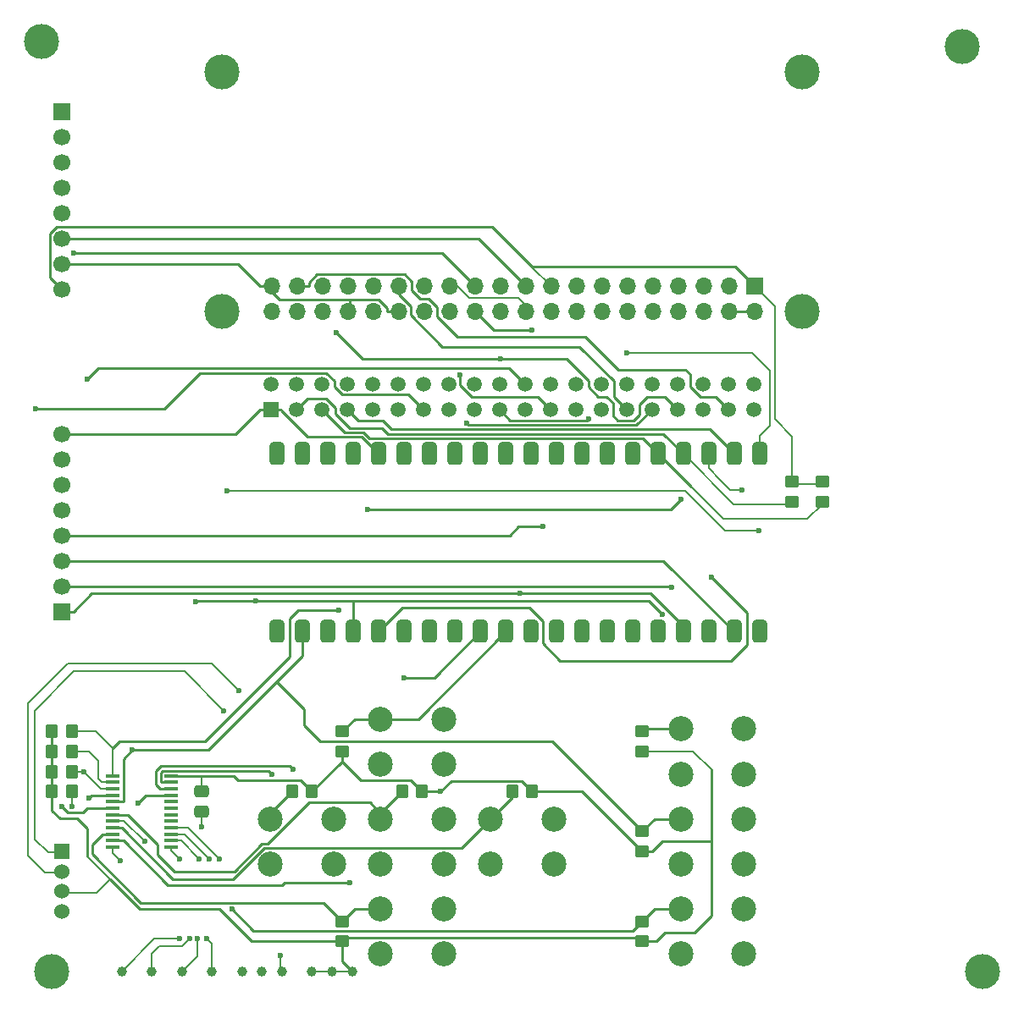
<source format=gbr>
%TF.GenerationSoftware,KiCad,Pcbnew,9.0.2*%
%TF.CreationDate,2025-07-09T11:52:06-06:00*%
%TF.ProjectId,seedsigner-hardware-dev-v1,73656564-7369-4676-9e65-722d68617264,rev?*%
%TF.SameCoordinates,Original*%
%TF.FileFunction,Copper,L1,Top*%
%TF.FilePolarity,Positive*%
%FSLAX46Y46*%
G04 Gerber Fmt 4.6, Leading zero omitted, Abs format (unit mm)*
G04 Created by KiCad (PCBNEW 9.0.2) date 2025-07-09 11:52:06*
%MOMM*%
%LPD*%
G01*
G04 APERTURE LIST*
G04 Aperture macros list*
%AMRoundRect*
0 Rectangle with rounded corners*
0 $1 Rounding radius*
0 $2 $3 $4 $5 $6 $7 $8 $9 X,Y pos of 4 corners*
0 Add a 4 corners polygon primitive as box body*
4,1,4,$2,$3,$4,$5,$6,$7,$8,$9,$2,$3,0*
0 Add four circle primitives for the rounded corners*
1,1,$1+$1,$2,$3*
1,1,$1+$1,$4,$5*
1,1,$1+$1,$6,$7*
1,1,$1+$1,$8,$9*
0 Add four rect primitives between the rounded corners*
20,1,$1+$1,$2,$3,$4,$5,0*
20,1,$1+$1,$4,$5,$6,$7,0*
20,1,$1+$1,$6,$7,$8,$9,0*
20,1,$1+$1,$8,$9,$2,$3,0*%
G04 Aperture macros list end*
%TA.AperFunction,SMDPad,CuDef*%
%ADD10C,1.000000*%
%TD*%
%TA.AperFunction,ComponentPad*%
%ADD11R,1.524000X1.524000*%
%TD*%
%TA.AperFunction,ComponentPad*%
%ADD12C,1.524000*%
%TD*%
%TA.AperFunction,ComponentPad*%
%ADD13C,2.500000*%
%TD*%
%TA.AperFunction,WasherPad*%
%ADD14C,3.500000*%
%TD*%
%TA.AperFunction,ComponentPad*%
%ADD15R,1.700000X1.700000*%
%TD*%
%TA.AperFunction,ComponentPad*%
%ADD16O,1.700000X1.700000*%
%TD*%
%TA.AperFunction,ComponentPad*%
%ADD17R,1.508000X1.508000*%
%TD*%
%TA.AperFunction,ComponentPad*%
%ADD18C,1.508000*%
%TD*%
%TA.AperFunction,ComponentPad*%
%ADD19C,1.700000*%
%TD*%
%TA.AperFunction,SMDPad,CuDef*%
%ADD20RoundRect,0.250000X0.450000X-0.350000X0.450000X0.350000X-0.450000X0.350000X-0.450000X-0.350000X0*%
%TD*%
%TA.AperFunction,ComponentPad*%
%ADD21RoundRect,0.381000X0.381000X-0.762000X0.381000X0.762000X-0.381000X0.762000X-0.381000X-0.762000X0*%
%TD*%
%TA.AperFunction,SMDPad,CuDef*%
%ADD22RoundRect,0.250000X0.350000X0.450000X-0.350000X0.450000X-0.350000X-0.450000X0.350000X-0.450000X0*%
%TD*%
%TA.AperFunction,SMDPad,CuDef*%
%ADD23R,1.473200X0.355600*%
%TD*%
%TA.AperFunction,SMDPad,CuDef*%
%ADD24RoundRect,0.250000X-0.475000X0.337500X-0.475000X-0.337500X0.475000X-0.337500X0.475000X0.337500X0*%
%TD*%
%TA.AperFunction,SMDPad,CuDef*%
%ADD25RoundRect,0.250000X-0.450000X0.350000X-0.450000X-0.350000X0.450000X-0.350000X0.450000X0.350000X0*%
%TD*%
%TA.AperFunction,SMDPad,CuDef*%
%ADD26RoundRect,0.250000X-0.350000X-0.450000X0.350000X-0.450000X0.350000X0.450000X-0.350000X0.450000X0*%
%TD*%
%TA.AperFunction,ViaPad*%
%ADD27C,0.600000*%
%TD*%
%TA.AperFunction,Conductor*%
%ADD28C,0.250000*%
%TD*%
%TA.AperFunction,Conductor*%
%ADD29C,0.200000*%
%TD*%
G04 APERTURE END LIST*
D10*
%TO.P,TP9,1*%
%TO.N,GND*%
X23000000Y-96000000D03*
%TD*%
%TO.P,TP7,1*%
%TO.N,GND*%
X27000000Y-96000000D03*
%TD*%
%TO.P,TP6,1*%
%TO.N,+3.3V*%
X32000000Y-96000000D03*
%TD*%
%TO.P,TP5,1*%
%TO.N,GND*%
X25000000Y-96000000D03*
%TD*%
%TO.P,TP10,1*%
%TO.N,+3.3V*%
X30000000Y-96000000D03*
%TD*%
D11*
%TO.P,J1,1*%
%TO.N,I2C_SCL*%
X5000000Y-84000000D03*
D12*
%TO.P,J1,2*%
%TO.N,I2C_SDA*%
X5000000Y-86000000D03*
%TO.P,J1,3*%
%TO.N,+3.3V*%
X5000000Y-88000000D03*
%TO.P,J1,4*%
%TO.N,GND*%
X5000000Y-90000000D03*
%TD*%
D13*
%TO.P,SW4,1*%
%TO.N,JOYSTICK_LEFT*%
X36850000Y-70750000D03*
%TO.P,SW4,2*%
%TO.N,GND*%
X43150000Y-70750000D03*
%TO.P,SW4,3*%
%TO.N,N/C*%
X36850000Y-75250000D03*
%TO.P,SW4,4*%
X43150000Y-75250000D03*
%TD*%
D14*
%TO.P,U2,*%
%TO.N,*%
X79000000Y-30000000D03*
X79000000Y-6000000D03*
X21000000Y-30000000D03*
X21000000Y-6000000D03*
D15*
%TO.P,U2,1*%
%TO.N,+3.3V*%
X74240000Y-27460000D03*
D16*
%TO.P,U2,2*%
%TO.N,Net-(U2-5V0-Pad2)*%
X74240000Y-30000000D03*
%TO.P,U2,3*%
%TO.N,N/C*%
X71700000Y-27460000D03*
%TO.P,U2,4*%
%TO.N,Net-(U2-5V0-Pad2)*%
X71700000Y-30000000D03*
%TO.P,U2,5*%
%TO.N,N/C*%
X69160000Y-27460000D03*
%TO.P,U2,6*%
%TO.N,GND*%
X69160000Y-30000000D03*
%TO.P,U2,7*%
%TO.N,N/C*%
X66620000Y-27460000D03*
%TO.P,U2,8*%
X66620000Y-30000000D03*
%TO.P,U2,9*%
%TO.N,GND*%
X64080000Y-27460000D03*
%TO.P,U2,10*%
%TO.N,N/C*%
X64080000Y-30000000D03*
%TO.P,U2,11*%
X61540000Y-27460000D03*
%TO.P,U2,12*%
X61540000Y-30000000D03*
%TO.P,U2,13*%
%TO.N,LCD_RST*%
X59000000Y-27460000D03*
%TO.P,U2,14*%
%TO.N,GND*%
X59000000Y-30000000D03*
%TO.P,U2,15*%
%TO.N,N/C*%
X56460000Y-27460000D03*
%TO.P,U2,16*%
X56460000Y-30000000D03*
%TO.P,U2,17*%
%TO.N,+3.3V*%
X53920000Y-27460000D03*
%TO.P,U2,18*%
%TO.N,BACKLIGHT_PWM*%
X53920000Y-30000000D03*
%TO.P,U2,19*%
%TO.N,SPI_MOSI*%
X51380000Y-27460000D03*
%TO.P,U2,20*%
%TO.N,GND*%
X51380000Y-30000000D03*
%TO.P,U2,21*%
%TO.N,N/C*%
X48840000Y-27460000D03*
%TO.P,U2,22*%
%TO.N,LCD_DC*%
X48840000Y-30000000D03*
%TO.P,U2,23*%
%TO.N,SPI_SCLK*%
X46300000Y-27460000D03*
%TO.P,U2,24*%
%TO.N,SPI_CS*%
X46300000Y-30000000D03*
%TO.P,U2,25*%
%TO.N,GND*%
X43760000Y-27460000D03*
%TO.P,U2,26*%
%TO.N,N/C*%
X43760000Y-30000000D03*
%TO.P,U2,27*%
X41220000Y-27460000D03*
%TO.P,U2,28*%
X41220000Y-30000000D03*
%TO.P,U2,29*%
%TO.N,JOYSTICK_LEFT*%
X38680000Y-27460000D03*
%TO.P,U2,30*%
%TO.N,GND*%
X38680000Y-30000000D03*
%TO.P,U2,31*%
%TO.N,JOYSTICK_UP*%
X36140000Y-27460000D03*
%TO.P,U2,32*%
%TO.N,N/C*%
X36140000Y-30000000D03*
%TO.P,U2,33*%
%TO.N,JOYSTICK_PRESS*%
X33600000Y-27460000D03*
%TO.P,U2,34*%
%TO.N,GND*%
X33600000Y-30000000D03*
%TO.P,U2,35*%
%TO.N,JOYSTICK_DOWN*%
X31060000Y-27460000D03*
%TO.P,U2,36*%
%TO.N,KEY3*%
X31060000Y-30000000D03*
%TO.P,U2,37*%
%TO.N,JOYSTICK_RIGHT*%
X28520000Y-27460000D03*
%TO.P,U2,38*%
%TO.N,KEY2*%
X28520000Y-30000000D03*
%TO.P,U2,39*%
%TO.N,GND*%
X25980000Y-27460000D03*
%TO.P,U2,40*%
%TO.N,KEY1*%
X25980000Y-30000000D03*
%TD*%
D13*
%TO.P,SW8,1*%
%TO.N,JOYSTICK_PRESS*%
X47850000Y-80750000D03*
%TO.P,SW8,2*%
%TO.N,GND*%
X54150000Y-80750000D03*
%TO.P,SW8,3*%
%TO.N,N/C*%
X47850000Y-85250000D03*
%TO.P,SW8,4*%
X54150000Y-85250000D03*
%TD*%
D10*
%TO.P,TP3,1*%
%TO.N,Net-(U5-IO1_2)*%
X17000000Y-96000000D03*
%TD*%
D17*
%TO.P,U3,1*%
%TO.N,+3.3V*%
X25870000Y-39770000D03*
D18*
%TO.P,U3,2*%
%TO.N,unconnected-(U3-5V_1-Pad2)*%
X25870000Y-37230000D03*
%TO.P,U3,3*%
%TO.N,I2C_SDA*%
X28410000Y-39770000D03*
%TO.P,U3,4*%
%TO.N,unconnected-(U3-5V_2-Pad4)*%
X28410000Y-37230000D03*
%TO.P,U3,5*%
%TO.N,I2C_SCL*%
X30950000Y-39770000D03*
%TO.P,U3,6*%
%TO.N,unconnected-(U3-GND_8-Pad6)*%
X30950000Y-37230000D03*
%TO.P,U3,7*%
%TO.N,IO_INT*%
X33490000Y-39770000D03*
%TO.P,U3,8*%
%TO.N,unconnected-(U3-TXD0_GPIO14-Pad8)*%
X33490000Y-37230000D03*
%TO.P,U3,9*%
%TO.N,GND*%
X36030000Y-39770000D03*
%TO.P,U3,10*%
%TO.N,unconnected-(U3-RXD0_GPIO15-Pad10)*%
X36030000Y-37230000D03*
%TO.P,U3,11*%
%TO.N,unconnected-(U3-GPIO17_GEN0-Pad11)*%
X38570000Y-39770000D03*
%TO.P,U3,12*%
%TO.N,unconnected-(U3-GPIO18-Pad12)*%
X38570000Y-37230000D03*
%TO.P,U3,13*%
%TO.N,LCD_RST*%
X41110000Y-39770000D03*
%TO.P,U3,14*%
%TO.N,unconnected-(U3-GND_4-Pad14)*%
X41110000Y-37230000D03*
%TO.P,U3,15*%
%TO.N,unconnected-(U3-GPIO22_GEN3-Pad15)*%
X43650000Y-39770000D03*
%TO.P,U3,16*%
%TO.N,unconnected-(U3-GEN4_GPIO23-Pad16)*%
X43650000Y-37230000D03*
%TO.P,U3,17*%
%TO.N,unconnected-(U3-3V3_2-Pad17)*%
X46190000Y-39770000D03*
%TO.P,U3,18*%
%TO.N,BACKLIGHT_PWM*%
X46190000Y-37230000D03*
%TO.P,U3,19*%
%TO.N,SPI_MOSI*%
X48730000Y-39770000D03*
%TO.P,U3,20*%
%TO.N,unconnected-(U3-GND_5-Pad20)*%
X48730000Y-37230000D03*
%TO.P,U3,21*%
%TO.N,unconnected-(U3-GPIO9_MISO-Pad21)*%
X51270000Y-39770000D03*
%TO.P,U3,22*%
%TO.N,LCD_DC*%
X51270000Y-37230000D03*
%TO.P,U3,23*%
%TO.N,SPI_SCLK*%
X53810000Y-39770000D03*
%TO.P,U3,24*%
%TO.N,SPI_CS*%
X53810000Y-37230000D03*
%TO.P,U3,25*%
%TO.N,unconnected-(U3-GND_2-Pad25)*%
X56350000Y-39770000D03*
%TO.P,U3,26*%
%TO.N,unconnected-(U3-~{CE1}_GPIO7-Pad26)*%
X56350000Y-37230000D03*
%TO.P,U3,27*%
%TO.N,unconnected-(U3-ID_SD-Pad27)*%
X58890000Y-39770000D03*
%TO.P,U3,28*%
%TO.N,unconnected-(U3-ID_SC-Pad28)*%
X58890000Y-37230000D03*
%TO.P,U3,29*%
%TO.N,JOYSTICK_LEFT*%
X61430000Y-39770000D03*
%TO.P,U3,30*%
%TO.N,IO_RST*%
X61430000Y-37230000D03*
%TO.P,U3,31*%
%TO.N,JOYSTICK_UP*%
X63970000Y-39770000D03*
%TO.P,U3,32*%
%TO.N,unconnected-(U3-GPIO12-Pad32)*%
X63970000Y-37230000D03*
%TO.P,U3,33*%
%TO.N,JOYSTICK_PRESS*%
X66510000Y-39770000D03*
%TO.P,U3,34*%
%TO.N,GND*%
X66510000Y-37230000D03*
%TO.P,U3,35*%
%TO.N,JOYSTICK_DOWN*%
X69050000Y-39770000D03*
%TO.P,U3,36*%
%TO.N,unconnected-(U3-GPIO16-Pad36)*%
X69050000Y-37230000D03*
%TO.P,U3,37*%
%TO.N,JOYSTICK_RIGHT*%
X71590000Y-39770000D03*
%TO.P,U3,38*%
%TO.N,unconnected-(U3-GPIO20-Pad38)*%
X71590000Y-37230000D03*
%TO.P,U3,39*%
%TO.N,unconnected-(U3-GND_3-Pad39)*%
X74130000Y-39770000D03*
%TO.P,U3,40*%
%TO.N,unconnected-(U3-GPIO21-Pad40)*%
X74130000Y-37230000D03*
%TD*%
D15*
%TO.P,LCD2,1*%
%TO.N,BACKLIGHT_PWM*%
X5000000Y-10000000D03*
D19*
%TO.P,LCD2,2*%
%TO.N,LCD_RST*%
X5000000Y-12540000D03*
%TO.P,LCD2,3*%
%TO.N,LCD_DC*%
X5000000Y-15080000D03*
%TO.P,LCD2,4*%
%TO.N,SPI_CS*%
X5000000Y-17620000D03*
%TO.P,LCD2,5*%
%TO.N,SPI_SCLK*%
X5000000Y-20160000D03*
%TO.P,LCD2,6*%
%TO.N,SPI_MOSI*%
X5000000Y-22700000D03*
%TO.P,LCD2,7*%
%TO.N,GND*%
X5000000Y-25240000D03*
%TO.P,LCD2,8*%
%TO.N,+3.3V*%
X5000000Y-27780000D03*
%TD*%
D10*
%TO.P,TP1,1*%
%TO.N,Net-(U5-IO1_0)*%
X11000000Y-96000000D03*
%TD*%
D20*
%TO.P,R1,1*%
%TO.N,+3.3V*%
X63000000Y-74000000D03*
%TO.P,R1,2*%
%TO.N,KEY1*%
X63000000Y-72000000D03*
%TD*%
D21*
%TO.P,U4,1*%
%TO.N,KEY3*%
X26500000Y-62000000D03*
%TO.P,U4,2*%
%TO.N,KEY2*%
X29040000Y-62000000D03*
%TO.P,U4,3*%
%TO.N,unconnected-(U4-GND-Pad3)*%
X31580000Y-62000000D03*
%TO.P,U4,4*%
%TO.N,KEY1*%
X34120000Y-62000000D03*
%TO.P,U4,5*%
%TO.N,JOYSTICK_RIGHT*%
X36660000Y-62000000D03*
%TO.P,U4,6*%
%TO.N,JOYSTICK_DOWN*%
X39200000Y-62000000D03*
%TO.P,U4,7*%
%TO.N,JOYSTICK_PRESS*%
X41740000Y-62000000D03*
%TO.P,U4,8*%
%TO.N,unconnected-(U4-GND-Pad8)*%
X44280000Y-62000000D03*
%TO.P,U4,9*%
%TO.N,JOYSTICK_UP*%
X46820000Y-62000000D03*
%TO.P,U4,10*%
%TO.N,JOYSTICK_LEFT*%
X49360000Y-62000000D03*
%TO.P,U4,11*%
%TO.N,unconnected-(U4-GPIO2_B1_d-Pad11)*%
X51900000Y-62000000D03*
%TO.P,U4,12*%
%TO.N,SPI_CS*%
X54440000Y-62000000D03*
%TO.P,U4,13*%
%TO.N,unconnected-(U4-GND-Pad13)*%
X56980000Y-62000000D03*
%TO.P,U4,14*%
%TO.N,SPI_SCLK*%
X59520000Y-62000000D03*
%TO.P,U4,15*%
%TO.N,SPI_MOSI*%
X62060000Y-62000000D03*
%TO.P,U4,16*%
%TO.N,unconnected-(U4-GPIO1_C3_d-Pad16)*%
X64600000Y-62000000D03*
%TO.P,U4,17*%
%TO.N,BACKLIGHT_PWM*%
X67140000Y-62000000D03*
%TO.P,U4,18*%
%TO.N,unconnected-(U4-GND-Pad18)*%
X69680000Y-62000000D03*
%TO.P,U4,19*%
%TO.N,LCD_DC*%
X72220000Y-62000000D03*
%TO.P,U4,20*%
%TO.N,LCD_RST*%
X74760000Y-62000000D03*
%TO.P,U4,21*%
%TO.N,IO_RST*%
X74760000Y-44220000D03*
%TO.P,U4,22*%
%TO.N,IO_INT*%
X72220000Y-44220000D03*
%TO.P,U4,23*%
%TO.N,GND*%
X69680000Y-44220000D03*
%TO.P,U4,24*%
%TO.N,I2C_SDA*%
X67140000Y-44220000D03*
%TO.P,U4,25*%
%TO.N,I2C_SCL*%
X64600000Y-44220000D03*
%TO.P,U4,26*%
%TO.N,unconnected-(U4-GPIO2_A2_d-Pad26)*%
X62060000Y-44220000D03*
%TO.P,U4,27*%
%TO.N,unconnected-(U4-GPIO2_A3_d-Pad27)*%
X59520000Y-44220000D03*
%TO.P,U4,28*%
%TO.N,unconnected-(U4-GND-Pad28)*%
X56980000Y-44220000D03*
%TO.P,U4,29*%
%TO.N,unconnected-(U4-GPIO2_A6_d-Pad29)*%
X54440000Y-44220000D03*
%TO.P,U4,30*%
%TO.N,unconnected-(U4-NC-Pad30)*%
X51900000Y-44220000D03*
%TO.P,U4,31*%
%TO.N,unconnected-(U4-GPIO4_C0_z-Pad31)*%
X49360000Y-44220000D03*
%TO.P,U4,32*%
%TO.N,unconnected-(U4-GPIO4_C1_z-Pad32)*%
X46820000Y-44220000D03*
%TO.P,U4,33*%
%TO.N,unconnected-(U4-GND-Pad33)*%
X44280000Y-44220000D03*
%TO.P,U4,34*%
%TO.N,unconnected-(U4-GPIO0_A7_d-Pad34)*%
X41740000Y-44220000D03*
%TO.P,U4,35*%
%TO.N,unconnected-(U4-NC-Pad35)*%
X39200000Y-44220000D03*
%TO.P,U4,36*%
%TO.N,+3.3V*%
X36660000Y-44220000D03*
%TO.P,U4,37*%
%TO.N,unconnected-(U4-3V3_EN-Pad37)*%
X34120000Y-44220000D03*
%TO.P,U4,38*%
%TO.N,GND*%
X31580000Y-44220000D03*
%TO.P,U4,39*%
%TO.N,VSYS*%
X29040000Y-44220000D03*
%TO.P,U4,40*%
%TO.N,VBUS*%
X26500000Y-44220000D03*
%TD*%
D13*
%TO.P,SW1,1*%
%TO.N,KEY1*%
X66850000Y-71750000D03*
%TO.P,SW1,2*%
%TO.N,GND*%
X73150000Y-71750000D03*
%TO.P,SW1,3*%
%TO.N,N/C*%
X66850000Y-76250000D03*
%TO.P,SW1,4*%
X73150000Y-76250000D03*
%TD*%
D14*
%TO.P,H3,*%
%TO.N,*%
X97000000Y-96000000D03*
%TD*%
D13*
%TO.P,SW7,1*%
%TO.N,JOYSTICK_DOWN*%
X25850000Y-80750000D03*
%TO.P,SW7,2*%
%TO.N,GND*%
X32150000Y-80750000D03*
%TO.P,SW7,3*%
%TO.N,N/C*%
X25850000Y-85250000D03*
%TO.P,SW7,4*%
X32150000Y-85250000D03*
%TD*%
D14*
%TO.P,H4,*%
%TO.N,*%
X4000000Y-96000000D03*
%TD*%
D20*
%TO.P,R8,1*%
%TO.N,+3.3V*%
X33000000Y-74000000D03*
%TO.P,R8,2*%
%TO.N,JOYSTICK_LEFT*%
X33000000Y-72000000D03*
%TD*%
D22*
%TO.P,R4,1*%
%TO.N,+3.3V*%
X41000000Y-78000000D03*
%TO.P,R4,2*%
%TO.N,JOYSTICK_RIGHT*%
X39000000Y-78000000D03*
%TD*%
D20*
%TO.P,R2,1*%
%TO.N,+3.3V*%
X63000000Y-84000000D03*
%TO.P,R2,2*%
%TO.N,KEY2*%
X63000000Y-82000000D03*
%TD*%
D15*
%TO.P,LCD1,1*%
%TO.N,BACKLIGHT_PWM*%
X5000000Y-60000000D03*
D19*
%TO.P,LCD1,2*%
%TO.N,LCD_RST*%
X5000000Y-57460000D03*
%TO.P,LCD1,3*%
%TO.N,LCD_DC*%
X5000000Y-54920000D03*
%TO.P,LCD1,4*%
%TO.N,SPI_CS*%
X5000000Y-52380000D03*
%TO.P,LCD1,5*%
%TO.N,SPI_SCLK*%
X5000000Y-49840000D03*
%TO.P,LCD1,6*%
%TO.N,SPI_MOSI*%
X5000000Y-47300000D03*
%TO.P,LCD1,7*%
%TO.N,GND*%
X5000000Y-44760000D03*
%TO.P,LCD1,8*%
%TO.N,+3.3V*%
X5000000Y-42220000D03*
%TD*%
D20*
%TO.P,R3,1*%
%TO.N,+3.3V*%
X63000000Y-93000000D03*
%TO.P,R3,2*%
%TO.N,KEY3*%
X63000000Y-91000000D03*
%TD*%
D23*
%TO.P,U5,1*%
%TO.N,IO_INT*%
X10079000Y-76418600D03*
%TO.P,U5,2*%
%TO.N,Net-(U5-A1)*%
X10079000Y-77079000D03*
%TO.P,U5,3*%
%TO.N,IO_RST*%
X10079000Y-77714000D03*
%TO.P,U5,4*%
%TO.N,KEY3*%
X10079000Y-78374400D03*
%TO.P,U5,5*%
%TO.N,KEY2*%
X10079000Y-79034800D03*
%TO.P,U5,6*%
%TO.N,KEY1*%
X10079000Y-79669800D03*
%TO.P,U5,7*%
%TO.N,JOYSTICK_RIGHT*%
X10079000Y-80330200D03*
%TO.P,U5,8*%
%TO.N,JOYSTICK_DOWN*%
X10079000Y-80965200D03*
%TO.P,U5,9*%
%TO.N,JOYSTICK_PRESS*%
X10079000Y-81625600D03*
%TO.P,U5,10*%
%TO.N,JOYSTICK_UP*%
X10079000Y-82286000D03*
%TO.P,U5,11*%
%TO.N,JOYSTICK_LEFT*%
X10079000Y-82921000D03*
%TO.P,U5,12*%
%TO.N,GND*%
X10079000Y-83581400D03*
%TO.P,U5,13*%
%TO.N,Net-(U5-IO1_0)*%
X15921000Y-83581400D03*
%TO.P,U5,14*%
%TO.N,Net-(U5-IO1_1)*%
X15921000Y-82921000D03*
%TO.P,U5,15*%
%TO.N,Net-(U5-IO1_2)*%
X15921000Y-82286000D03*
%TO.P,U5,16*%
%TO.N,Net-(U5-IO1_3)*%
X15921000Y-81625600D03*
%TO.P,U5,17*%
%TO.N,unconnected-(U5-IO1_4-Pad17)*%
X15921000Y-80965200D03*
%TO.P,U5,18*%
%TO.N,unconnected-(U5-IO1_5-Pad18)*%
X15921000Y-80330200D03*
%TO.P,U5,19*%
%TO.N,unconnected-(U5-IO1_6-Pad19)*%
X15921000Y-79669800D03*
%TO.P,U5,20*%
%TO.N,unconnected-(U5-IO1_7-Pad20)*%
X15921000Y-79034800D03*
%TO.P,U5,21*%
%TO.N,Net-(U5-A0)*%
X15921000Y-78374400D03*
%TO.P,U5,22*%
%TO.N,I2C_SCL*%
X15921000Y-77714000D03*
%TO.P,U5,23*%
%TO.N,I2C_SDA*%
X15921000Y-77079000D03*
%TO.P,U5,24*%
%TO.N,+3.3V*%
X15921000Y-76418600D03*
%TD*%
D10*
%TO.P,TP2,1*%
%TO.N,Net-(U5-IO1_1)*%
X14000000Y-96000000D03*
%TD*%
D24*
%TO.P,C1,1*%
%TO.N,+3.3V*%
X19000000Y-77962500D03*
%TO.P,C1,2*%
%TO.N,GND*%
X19000000Y-80037500D03*
%TD*%
D14*
%TO.P,H2,*%
%TO.N,*%
X95000000Y-3500000D03*
%TD*%
D13*
%TO.P,SW3,1*%
%TO.N,KEY3*%
X66850000Y-89750000D03*
%TO.P,SW3,2*%
%TO.N,GND*%
X73150000Y-89750000D03*
%TO.P,SW3,3*%
%TO.N,N/C*%
X66850000Y-94250000D03*
%TO.P,SW3,4*%
X73150000Y-94250000D03*
%TD*%
D22*
%TO.P,R5,1*%
%TO.N,+3.3V*%
X52000000Y-78000000D03*
%TO.P,R5,2*%
%TO.N,JOYSTICK_PRESS*%
X50000000Y-78000000D03*
%TD*%
D10*
%TO.P,TP4,1*%
%TO.N,Net-(U5-IO1_3)*%
X20000000Y-96000000D03*
%TD*%
D14*
%TO.P,H1,*%
%TO.N,*%
X3000000Y-3000000D03*
%TD*%
D13*
%TO.P,SW2,1*%
%TO.N,KEY2*%
X66850000Y-80750000D03*
%TO.P,SW2,2*%
%TO.N,GND*%
X73150000Y-80750000D03*
%TO.P,SW2,3*%
%TO.N,N/C*%
X66850000Y-85250000D03*
%TO.P,SW2,4*%
X73150000Y-85250000D03*
%TD*%
D20*
%TO.P,R7,1*%
%TO.N,+3.3V*%
X33000000Y-93000000D03*
%TO.P,R7,2*%
%TO.N,JOYSTICK_UP*%
X33000000Y-91000000D03*
%TD*%
D22*
%TO.P,R6,1*%
%TO.N,+3.3V*%
X30000000Y-78000000D03*
%TO.P,R6,2*%
%TO.N,JOYSTICK_DOWN*%
X28000000Y-78000000D03*
%TD*%
D13*
%TO.P,SW6,1*%
%TO.N,JOYSTICK_UP*%
X36850000Y-89750000D03*
%TO.P,SW6,2*%
%TO.N,GND*%
X43150000Y-89750000D03*
%TO.P,SW6,3*%
%TO.N,N/C*%
X36850000Y-94250000D03*
%TO.P,SW6,4*%
X43150000Y-94250000D03*
%TD*%
%TO.P,SW5,1*%
%TO.N,JOYSTICK_RIGHT*%
X36850000Y-80750000D03*
%TO.P,SW5,2*%
%TO.N,GND*%
X43150000Y-80750000D03*
%TO.P,SW5,3*%
%TO.N,N/C*%
X36850000Y-85250000D03*
%TO.P,SW5,4*%
X43150000Y-85250000D03*
%TD*%
D25*
%TO.P,R10,1*%
%TO.N,+3.3V*%
X78000000Y-47000000D03*
%TO.P,R10,2*%
%TO.N,I2C_SDA*%
X78000000Y-49000000D03*
%TD*%
D26*
%TO.P,R11,1*%
%TO.N,+3.3V*%
X4000000Y-76000000D03*
%TO.P,R11,2*%
%TO.N,IO_RST*%
X6000000Y-76000000D03*
%TD*%
%TO.P,R12,1*%
%TO.N,+3.3V*%
X4000000Y-78000000D03*
%TO.P,R12,2*%
%TO.N,Net-(U5-A0)*%
X6000000Y-78000000D03*
%TD*%
%TO.P,R13,1*%
%TO.N,+3.3V*%
X4000000Y-74000000D03*
%TO.P,R13,2*%
%TO.N,Net-(U5-A1)*%
X6000000Y-74000000D03*
%TD*%
%TO.P,R14,1*%
%TO.N,+3.3V*%
X4000000Y-72000000D03*
%TO.P,R14,2*%
%TO.N,IO_INT*%
X6000000Y-72000000D03*
%TD*%
D25*
%TO.P,R9,1*%
%TO.N,+3.3V*%
X81000000Y-47000000D03*
%TO.P,R9,2*%
%TO.N,I2C_SCL*%
X81000000Y-49000000D03*
%TD*%
D10*
%TO.P,TP8,1*%
%TO.N,+3.3V*%
X34000000Y-96000000D03*
%TD*%
D27*
%TO.N,GND*%
X10800000Y-84900000D03*
%TO.N,IO_RST*%
X61500000Y-34100000D03*
%TO.N,GND*%
X73000000Y-47800000D03*
%TO.N,IO_RST*%
X74700000Y-51900000D03*
X21500000Y-47900000D03*
X7200000Y-76000000D03*
%TO.N,I2C_SDA*%
X22700000Y-67900000D03*
%TO.N,I2C_SCL*%
X21200000Y-69900000D03*
%TO.N,KEY1*%
X18400000Y-59000000D03*
X5000000Y-79500000D03*
X65040600Y-60254300D03*
X24375800Y-58900000D03*
%TO.N,+3.3V*%
X42853800Y-77996700D03*
%TO.N,KEY2*%
X12053100Y-73820200D03*
%TO.N,KEY3*%
X22003300Y-89786700D03*
X7671200Y-78654600D03*
%TO.N,JOYSTICK_RIGHT*%
X69955400Y-56568500D03*
%TO.N,JOYSTICK_PRESS*%
X32388600Y-32050200D03*
X48847900Y-34728200D03*
%TO.N,JOYSTICK_DOWN*%
X35562100Y-49800000D03*
X66918800Y-48739700D03*
X13250000Y-83000000D03*
%TO.N,Net-(U5-IO1_0)*%
X16750000Y-92750000D03*
X16750000Y-84750000D03*
%TO.N,JOYSTICK_UP*%
X39239100Y-66600000D03*
X45500000Y-41139600D03*
%TO.N,Net-(U5-IO1_1)*%
X18750000Y-84750000D03*
X17750000Y-92750000D03*
%TO.N,Net-(U5-IO1_2)*%
X18550003Y-92750000D03*
X19750000Y-84750000D03*
%TO.N,JOYSTICK_LEFT*%
X33791700Y-87162600D03*
%TO.N,Net-(U5-IO1_3)*%
X19500000Y-92750000D03*
X20750000Y-84750000D03*
%TO.N,GND*%
X26800000Y-94400000D03*
X19000000Y-81500000D03*
%TO.N,I2C_SCL*%
X28072000Y-75764800D03*
%TO.N,I2C_SDA*%
X26021400Y-76279500D03*
%TO.N,Net-(U5-A0)*%
X6032550Y-79467450D03*
X12632400Y-79124900D03*
%TO.N,IO_INT*%
X32700000Y-59900000D03*
%TO.N,SPI_CS*%
X53047400Y-51500000D03*
X52000000Y-31875000D03*
%TO.N,SPI_SCLK*%
X6148800Y-24153700D03*
X44808400Y-36304600D03*
%TO.N,SPI_MOSI*%
X57620000Y-40687900D03*
%TO.N,BACKLIGHT_PWM*%
X50789200Y-58200000D03*
%TO.N,LCD_DC*%
X7521500Y-36737300D03*
%TO.N,LCD_RST*%
X65991400Y-57585400D03*
X2379900Y-39684400D03*
%TD*%
D28*
%TO.N,+3.3V*%
X33000000Y-93000000D02*
X33000000Y-95000000D01*
X33000000Y-95000000D02*
X34000000Y-96000000D01*
D29*
X34000000Y-96000000D02*
X32000000Y-96000000D01*
X30000000Y-96000000D02*
X32000000Y-96000000D01*
%TO.N,GND*%
X26800000Y-94400000D02*
X26800000Y-96000000D01*
D28*
%TO.N,+3.3V*%
X69900000Y-90400000D02*
X69900000Y-83000000D01*
X63000000Y-84000000D02*
X64000000Y-84000000D01*
X64000000Y-84000000D02*
X65000000Y-83000000D01*
X65000000Y-83000000D02*
X69900000Y-83000000D01*
D29*
X63000000Y-74000000D02*
X68100000Y-74000000D01*
X68100000Y-74000000D02*
X69900000Y-75800000D01*
D28*
X63000000Y-93000000D02*
X64400000Y-93000000D01*
X65300000Y-92100000D02*
X68200000Y-92100000D01*
X64400000Y-93000000D02*
X65300000Y-92100000D01*
X68200000Y-92100000D02*
X69900000Y-90400000D01*
X69900000Y-83000000D02*
X69900000Y-75800000D01*
D29*
%TO.N,GND*%
X10079000Y-84179000D02*
X10800000Y-84900000D01*
X10079000Y-83581400D02*
X10079000Y-84179000D01*
%TO.N,I2C_SCL*%
X2300000Y-69900000D02*
X6200000Y-66000000D01*
X3600000Y-84100000D02*
X2300000Y-82800000D01*
X6200000Y-66000000D02*
X17300000Y-66000000D01*
X2300000Y-82800000D02*
X2300000Y-69900000D01*
X5100000Y-84100000D02*
X3600000Y-84100000D01*
X17300000Y-66000000D02*
X21200000Y-69900000D01*
%TO.N,I2C_SDA*%
X5100000Y-86100000D02*
X3300000Y-86100000D01*
X3300000Y-86100000D02*
X1600000Y-84400000D01*
X1600000Y-84400000D02*
X1600000Y-69200000D01*
X1600000Y-69200000D02*
X5600000Y-65200000D01*
X5600000Y-65200000D02*
X10900000Y-65200000D01*
%TO.N,+3.3V*%
X8500000Y-88100000D02*
X5100000Y-88100000D01*
D28*
X6500000Y-80700000D02*
X7500000Y-81700000D01*
X7500000Y-81700000D02*
X7500000Y-84500000D01*
X4800000Y-80700000D02*
X6500000Y-80700000D01*
X4000000Y-78000000D02*
X4000000Y-79900000D01*
X4000000Y-79900000D02*
X4800000Y-80700000D01*
D29*
X9800000Y-86800000D02*
X7500000Y-84500000D01*
%TO.N,IO_RST*%
X74760000Y-44220000D02*
X74760000Y-42440000D01*
X74760000Y-42440000D02*
X75800000Y-41400000D01*
X74000000Y-34100000D02*
X61500000Y-34100000D01*
X75800000Y-41400000D02*
X75800000Y-35900000D01*
X75800000Y-35900000D02*
X74000000Y-34100000D01*
%TO.N,GND*%
X71800000Y-47800000D02*
X73000000Y-47800000D01*
X70900000Y-46900000D02*
X71800000Y-47800000D01*
X69680000Y-44220000D02*
X69680000Y-45680000D01*
X69680000Y-45680000D02*
X70900000Y-46900000D01*
%TO.N,IO_RST*%
X21500000Y-47900000D02*
X67300000Y-47900000D01*
X67300000Y-47900000D02*
X71300000Y-51900000D01*
X71300000Y-51900000D02*
X74700000Y-51900000D01*
X7200000Y-76000000D02*
X7200000Y-75900000D01*
X10079000Y-77714000D02*
X8914000Y-77714000D01*
X8914000Y-77714000D02*
X7200000Y-76000000D01*
X7200000Y-76000000D02*
X6000000Y-76000000D01*
%TO.N,Net-(U5-A1)*%
X6000000Y-74000000D02*
X7700000Y-74000000D01*
X7700000Y-74000000D02*
X8600000Y-74900000D01*
X8600000Y-74900000D02*
X8600000Y-76700000D01*
X8600000Y-76700000D02*
X8979000Y-77079000D01*
X8979000Y-77079000D02*
X10079000Y-77079000D01*
D28*
%TO.N,IO_INT*%
X32700000Y-59900000D02*
X28600000Y-59900000D01*
X27800000Y-60700000D02*
X27800000Y-64500000D01*
X27800000Y-64500000D02*
X19282400Y-73017600D01*
X19282400Y-73017600D02*
X10740400Y-73017600D01*
X28600000Y-59900000D02*
X27800000Y-60700000D01*
X10740400Y-73017600D02*
X10079000Y-73679000D01*
D29*
X6000000Y-72000000D02*
X8400000Y-72000000D01*
X8400000Y-72000000D02*
X10079000Y-73679000D01*
X10079000Y-73679000D02*
X10079000Y-76418600D01*
D28*
%TO.N,+3.3V*%
X4000000Y-74000000D02*
X4000000Y-72000000D01*
X4000000Y-76000000D02*
X4000000Y-74000000D01*
X4000000Y-78000000D02*
X4000000Y-76000000D01*
%TO.N,KEY1*%
X5600000Y-80100000D02*
X7100000Y-80100000D01*
X7530200Y-79669800D02*
X10079000Y-79669800D01*
X5000000Y-79500000D02*
X5600000Y-80100000D01*
X7100000Y-80100000D02*
X7530200Y-79669800D01*
D29*
%TO.N,Net-(U5-A0)*%
X6000000Y-79434900D02*
X6000000Y-78000000D01*
X6032550Y-79467450D02*
X6000000Y-79434900D01*
D28*
%TO.N,KEY2*%
X63000000Y-82000000D02*
X54000000Y-73000000D01*
X54000000Y-73000000D02*
X30800000Y-73000000D01*
X29200000Y-69800000D02*
X26500000Y-67100000D01*
X30800000Y-73000000D02*
X29200000Y-71400000D01*
X26500000Y-67100000D02*
X26400000Y-67100000D01*
X29200000Y-71400000D02*
X29200000Y-69800000D01*
X26400000Y-67100000D02*
X29040000Y-64460000D01*
D29*
%TO.N,I2C_SDA*%
X10900000Y-65200000D02*
X20000000Y-65200000D01*
X20000000Y-65200000D02*
X22700000Y-67900000D01*
D28*
%TO.N,KEY2*%
X12053100Y-73820200D02*
X19679800Y-73820200D01*
X19679800Y-73820200D02*
X26400000Y-67100000D01*
X29040000Y-64460000D02*
X29040000Y-62000000D01*
%TO.N,KEY1*%
X18500000Y-58900000D02*
X34100000Y-58900000D01*
X18400000Y-59000000D02*
X18500000Y-58900000D01*
D29*
%TO.N,I2C_SDA*%
X10900000Y-65200000D02*
X11000000Y-65200000D01*
%TO.N,+3.3V*%
X8500000Y-88100000D02*
X9800000Y-86800000D01*
D28*
%TO.N,JOYSTICK_RIGHT*%
X36660000Y-62000000D02*
X39060000Y-59600000D01*
X39060000Y-59600000D02*
X51753800Y-59600000D01*
X53100000Y-60946200D02*
X53100000Y-63200000D01*
X51753800Y-59600000D02*
X53100000Y-60946200D01*
X54800000Y-64900000D02*
X71900000Y-64900000D01*
X73500000Y-60113100D02*
X69955400Y-56568500D01*
X53100000Y-63200000D02*
X54800000Y-64900000D01*
X71900000Y-64900000D02*
X73500000Y-63300000D01*
X73500000Y-63300000D02*
X73500000Y-60113100D01*
%TO.N,KEY1*%
X63686300Y-58900000D02*
X34100000Y-58900000D01*
X34120000Y-62000000D02*
X34120000Y-58920000D01*
X34120000Y-58920000D02*
X34100000Y-58900000D01*
X65040600Y-60254300D02*
X63686300Y-58900000D01*
%TO.N,BACKLIGHT_PWM*%
X67140000Y-62000000D02*
X67140000Y-61465000D01*
X67140000Y-61465000D02*
X63875000Y-58200000D01*
X63875000Y-58200000D02*
X50789200Y-58200000D01*
X50789200Y-58200000D02*
X7976700Y-58200000D01*
X7976700Y-58200000D02*
X6176700Y-60000000D01*
X6176700Y-60000000D02*
X5000000Y-60000000D01*
X50800000Y-58210800D02*
X50789200Y-58200000D01*
%TO.N,JOYSTICK_UP*%
X39239100Y-66600000D02*
X42220000Y-66600000D01*
X42220000Y-66600000D02*
X46820000Y-62000000D01*
%TO.N,JOYSTICK_DOWN*%
X35562100Y-49800000D02*
X65858500Y-49800000D01*
X65858500Y-49800000D02*
X66918800Y-48739700D01*
%TO.N,SPI_CS*%
X53047400Y-51500000D02*
X50655900Y-51500000D01*
X50655900Y-51500000D02*
X49775900Y-52380000D01*
X49775900Y-52380000D02*
X5000000Y-52380000D01*
%TO.N,KEY1*%
X66850000Y-71750000D02*
X63250000Y-71750000D01*
X63250000Y-71750000D02*
X63000000Y-72000000D01*
%TO.N,+3.3V*%
X63000000Y-93000000D02*
X62625000Y-92625000D01*
X41003300Y-77996700D02*
X42853800Y-77996700D01*
X3796500Y-22200200D02*
X3796500Y-26576500D01*
X48001300Y-21501300D02*
X4495400Y-21501300D01*
X19000000Y-76418600D02*
X22140800Y-76418600D01*
X29586600Y-42541100D02*
X34981100Y-42541100D01*
X34981100Y-42541100D02*
X36660000Y-44220000D01*
X25870000Y-39770000D02*
X24789300Y-39770000D01*
X41000000Y-78000000D02*
X41003300Y-77996700D01*
X52000000Y-25500000D02*
X48001300Y-21501300D01*
X42853800Y-77996700D02*
X43920800Y-76929700D01*
X30000000Y-78000000D02*
X33000000Y-75000000D01*
D29*
X78000000Y-47250000D02*
X81000000Y-47250000D01*
D28*
X24000000Y-93000000D02*
X20750000Y-89750000D01*
X57000000Y-78000000D02*
X63000000Y-84000000D01*
X39847000Y-76847000D02*
X34847000Y-76847000D01*
X4495400Y-21501300D02*
X3796500Y-22200200D01*
X26950700Y-39905200D02*
X29586600Y-42541100D01*
D29*
X53920000Y-27460000D02*
X52000000Y-25540000D01*
D28*
X34847000Y-76847000D02*
X33000000Y-75000000D01*
X33000000Y-93000000D02*
X25000000Y-93000000D01*
X50929700Y-76929700D02*
X52000000Y-78000000D01*
X52000000Y-78000000D02*
X57000000Y-78000000D01*
X24789300Y-39770000D02*
X22339300Y-42220000D01*
X63407700Y-84407700D02*
X63000000Y-84000000D01*
X62625000Y-92625000D02*
X61900900Y-92625000D01*
X26950700Y-39770000D02*
X26950700Y-39905200D01*
X33275000Y-92625000D02*
X33000000Y-92900000D01*
X61900900Y-92625000D02*
X33275000Y-92625000D01*
X41000000Y-78000000D02*
X39847000Y-76847000D01*
X43920800Y-76929700D02*
X50929700Y-76929700D01*
X9800000Y-86800000D02*
X12750000Y-89750000D01*
X15921000Y-76418600D02*
X19000000Y-76418600D01*
X74240000Y-27460000D02*
X73651700Y-27460000D01*
X3796500Y-26576500D02*
X5000000Y-27780000D01*
D29*
X78000000Y-42500000D02*
X76250000Y-40750000D01*
X52000000Y-25540000D02*
X52000000Y-25500000D01*
D28*
X25870000Y-39770000D02*
X26950700Y-39770000D01*
X25000000Y-93000000D02*
X24000000Y-93000000D01*
X22628400Y-76906200D02*
X28906200Y-76906200D01*
X22140800Y-76418600D02*
X22628400Y-76906200D01*
D29*
X76250000Y-29470000D02*
X74240000Y-27460000D01*
D28*
X20750000Y-89750000D02*
X12750000Y-89750000D01*
D29*
X76250000Y-40750000D02*
X76250000Y-29470000D01*
X19000000Y-77962500D02*
X19000000Y-76418600D01*
D28*
X72280000Y-25500000D02*
X52000000Y-25500000D01*
X33000000Y-92900000D02*
X33000000Y-93000000D01*
X74240000Y-27460000D02*
X72280000Y-25500000D01*
X28906200Y-76906200D02*
X30000000Y-78000000D01*
X33000000Y-75000000D02*
X33000000Y-74000000D01*
D29*
X78000000Y-47250000D02*
X78000000Y-42500000D01*
D28*
X22339300Y-42220000D02*
X5000000Y-42220000D01*
%TO.N,KEY2*%
X64250000Y-80750000D02*
X63000000Y-82000000D01*
X11142300Y-74731000D02*
X12053100Y-73820200D01*
X66850000Y-80750000D02*
X64250000Y-80750000D01*
X10079000Y-79034800D02*
X11142300Y-79034800D01*
X11142300Y-79034800D02*
X11142300Y-74731000D01*
%TO.N,KEY3*%
X7951400Y-78374400D02*
X10079000Y-78374400D01*
X64250000Y-89750000D02*
X63000000Y-91000000D01*
X7671200Y-78654600D02*
X7951400Y-78374400D01*
X66850000Y-89750000D02*
X64250000Y-89750000D01*
X24155600Y-91939000D02*
X62061000Y-91939000D01*
X62061000Y-91939000D02*
X63000000Y-91000000D01*
X22003300Y-89786700D02*
X24155600Y-91939000D01*
%TO.N,JOYSTICK_RIGHT*%
X60600000Y-35800000D02*
X57300000Y-32500000D01*
X39950000Y-27856600D02*
X39950000Y-26972500D01*
X29696700Y-27460000D02*
X28520000Y-27460000D01*
X25009800Y-83221600D02*
X22231400Y-86000000D01*
X25608300Y-83221600D02*
X25009800Y-83221600D01*
X35820500Y-79120500D02*
X29709400Y-79120500D01*
X42490000Y-29569200D02*
X41650800Y-28730000D01*
X67780000Y-36280000D02*
X67300000Y-35800000D01*
X57300000Y-32500000D02*
X44517400Y-32500000D01*
X14542700Y-84292700D02*
X14542700Y-83292700D01*
X36850000Y-80150000D02*
X39000000Y-78000000D01*
X39260800Y-26283300D02*
X30505600Y-26283300D01*
X16250000Y-86000000D02*
X14542700Y-84292700D01*
X30505600Y-26283300D02*
X29696700Y-27092200D01*
X71590000Y-39770000D02*
X70320000Y-38500000D01*
X67300000Y-35800000D02*
X60600000Y-35800000D01*
X42490000Y-30472600D02*
X42490000Y-29569200D01*
X39950000Y-26972500D02*
X39260800Y-26283300D01*
X11580200Y-80330200D02*
X10079000Y-80330200D01*
X40823400Y-28730000D02*
X39950000Y-27856600D01*
X44517400Y-32500000D02*
X42490000Y-30472600D01*
X14542700Y-83292700D02*
X11580200Y-80330200D01*
X29709400Y-79120500D02*
X25608300Y-83221600D01*
X41650800Y-28730000D02*
X40823400Y-28730000D01*
X36850000Y-80750000D02*
X36850000Y-80150000D01*
X70320000Y-38500000D02*
X68791000Y-38500000D01*
X29696700Y-27092200D02*
X29696700Y-27460000D01*
X68791000Y-38500000D02*
X67780000Y-37489000D01*
X22231400Y-86000000D02*
X16250000Y-86000000D01*
X67780000Y-37489000D02*
X67780000Y-36280000D01*
X36850000Y-80150000D02*
X35820500Y-79120500D01*
%TO.N,JOYSTICK_PRESS*%
X25196900Y-83673300D02*
X44926700Y-83673300D01*
X60100000Y-39145700D02*
X59454500Y-38500200D01*
X59454500Y-38500200D02*
X58614400Y-38500200D01*
X65240000Y-38500000D02*
X63500000Y-38500000D01*
X11001788Y-81625600D02*
X16126188Y-86750000D01*
X60562892Y-40862900D02*
X60100000Y-40400008D01*
X55435300Y-34728200D02*
X48847900Y-34728200D01*
X16126188Y-86750000D02*
X22120200Y-86750000D01*
X57620200Y-37506000D02*
X57620200Y-36913100D01*
X58614400Y-38500200D02*
X57620200Y-37506000D01*
X66510000Y-39770000D02*
X65240000Y-38500000D01*
X44926700Y-83673300D02*
X47850000Y-80750000D01*
X62137100Y-40862900D02*
X60562892Y-40862900D01*
X62700000Y-39300000D02*
X62700000Y-40300000D01*
X22120200Y-86750000D02*
X25196900Y-83673300D01*
X10079000Y-81625600D02*
X11001788Y-81625600D01*
X60100000Y-40400008D02*
X60100000Y-39145700D01*
X48847900Y-34728200D02*
X35066600Y-34728200D01*
X50000000Y-78600000D02*
X50000000Y-78000000D01*
X63500000Y-38500000D02*
X62700000Y-39300000D01*
X62700000Y-40300000D02*
X62137100Y-40862900D01*
X57620200Y-36913100D02*
X55435300Y-34728200D01*
X47850000Y-80750000D02*
X50000000Y-78600000D01*
X35066600Y-34728200D02*
X32388600Y-32050200D01*
%TO.N,JOYSTICK_DOWN*%
X25850000Y-80750000D02*
X25850000Y-80150000D01*
X25850000Y-80150000D02*
X28000000Y-78000000D01*
D29*
X10079000Y-80965200D02*
X11215200Y-80965200D01*
X11215200Y-80965200D02*
X13250000Y-83000000D01*
%TO.N,Net-(U5-IO1_0)*%
X14250000Y-92750000D02*
X11000000Y-96000000D01*
X16750000Y-92750000D02*
X14250000Y-92750000D01*
X15921000Y-83581400D02*
X15921000Y-83921000D01*
X15921000Y-83921000D02*
X16750000Y-84750000D01*
D28*
%TO.N,JOYSTICK_UP*%
X12877900Y-89127900D02*
X8000000Y-84250000D01*
X33000000Y-91000000D02*
X31127900Y-89127900D01*
X34250000Y-89750000D02*
X33000000Y-91000000D01*
X62426100Y-41313900D02*
X63970000Y-39770000D01*
X45500000Y-41139600D02*
X45674300Y-41313900D01*
X36850000Y-89750000D02*
X34250000Y-89750000D01*
X8000000Y-84250000D02*
X8000000Y-83301700D01*
X31127900Y-89127900D02*
X12877900Y-89127900D01*
X45674300Y-41313900D02*
X62426100Y-41313900D01*
X8000000Y-83301700D02*
X9015700Y-82286000D01*
X9015700Y-82286000D02*
X10079000Y-82286000D01*
D29*
%TO.N,Net-(U5-IO1_1)*%
X14000000Y-94250000D02*
X14250000Y-94000000D01*
X14250000Y-94000000D02*
X14750000Y-93500000D01*
X14000000Y-96000000D02*
X14000000Y-94250000D01*
X15921000Y-82921000D02*
X16921000Y-82921000D01*
X17000000Y-93500000D02*
X17750000Y-92750000D01*
X16921000Y-82921000D02*
X18750000Y-84750000D01*
X14750000Y-93500000D02*
X17000000Y-93500000D01*
%TO.N,Net-(U5-IO1_2)*%
X15921000Y-82286000D02*
X17286000Y-82286000D01*
X18500000Y-92750000D02*
X18550003Y-92750000D01*
X18500000Y-94500000D02*
X18500000Y-92750000D01*
X17000000Y-96000000D02*
X18500000Y-94500000D01*
X17286000Y-82286000D02*
X19750000Y-84750000D01*
D28*
%TO.N,JOYSTICK_LEFT*%
X10079000Y-82921000D02*
X11142300Y-82921000D01*
X11142300Y-82921000D02*
X15571000Y-87349700D01*
X40610000Y-70750000D02*
X36850000Y-70750000D01*
X56718600Y-33500000D02*
X60160100Y-36941500D01*
X39856700Y-29445600D02*
X39856700Y-30314300D01*
X43042400Y-33500000D02*
X56718600Y-33500000D01*
X39856700Y-30314300D02*
X43042400Y-33500000D01*
X60160100Y-36941500D02*
X60160100Y-38500100D01*
X38680000Y-28268900D02*
X39856700Y-29445600D01*
X27031300Y-87349700D02*
X27218400Y-87162600D01*
X36850000Y-70750000D02*
X34250000Y-70750000D01*
X27218400Y-87162600D02*
X33791700Y-87162600D01*
X15571000Y-87349700D02*
X27031300Y-87349700D01*
X49360000Y-62000000D02*
X40610000Y-70750000D01*
X38680000Y-27460000D02*
X38680000Y-28268900D01*
X34250000Y-70750000D02*
X33000000Y-72000000D01*
X27031300Y-87349700D02*
X27218400Y-87162600D01*
X60160100Y-38500100D02*
X61430000Y-39770000D01*
D29*
%TO.N,Net-(U5-IO1_3)*%
X20000000Y-93250000D02*
X19500000Y-92750000D01*
X20000000Y-96000000D02*
X20000000Y-93250000D01*
X17625600Y-81625600D02*
X20750000Y-84750000D01*
X15921000Y-81625600D02*
X17625600Y-81625600D01*
%TO.N,GND*%
X51968400Y-30000000D02*
X51380000Y-30000000D01*
D28*
X22583300Y-25240000D02*
X24803300Y-27460000D01*
X37503300Y-29632200D02*
X37503300Y-30000000D01*
X25391700Y-27460000D02*
X26755000Y-28823300D01*
D29*
X19000000Y-80037500D02*
X19000000Y-81500000D01*
D28*
X36694400Y-28823300D02*
X37503300Y-29632200D01*
X38680000Y-30000000D02*
X37503300Y-30000000D01*
X5000000Y-25240000D02*
X22583300Y-25240000D01*
X33750000Y-28823300D02*
X36694400Y-28823300D01*
D29*
X44568900Y-27460000D02*
X45745600Y-28636700D01*
D28*
X26755000Y-28823300D02*
X32423300Y-28823300D01*
D29*
X45745600Y-28636700D02*
X50605100Y-28636700D01*
D28*
X33750000Y-29850000D02*
X33600000Y-30000000D01*
X32423300Y-28823300D02*
X33750000Y-28823300D01*
X25391700Y-27460000D02*
X24803300Y-27460000D01*
D29*
X50605100Y-28636700D02*
X51968400Y-30000000D01*
D28*
X25980000Y-27460000D02*
X25391700Y-27460000D01*
X43797000Y-70103000D02*
X43150000Y-70750000D01*
X33750000Y-28823300D02*
X33750000Y-29850000D01*
D29*
X43760000Y-27460000D02*
X44568900Y-27460000D01*
D28*
%TO.N,Net-(U2-5V0-Pad2)*%
X71700000Y-30000000D02*
X74240000Y-30000000D01*
D29*
%TO.N,I2C_SCL*%
X79500000Y-50750000D02*
X71130000Y-50750000D01*
D28*
X15921000Y-77714000D02*
X14783500Y-77714000D01*
D29*
X71130000Y-50750000D02*
X67880000Y-47500000D01*
D28*
X35748000Y-42668000D02*
X63048000Y-42668000D01*
X63048000Y-42668000D02*
X64600000Y-44220000D01*
X14400900Y-77331400D02*
X14400900Y-75912700D01*
D29*
X81000000Y-49250000D02*
X79500000Y-50750000D01*
D28*
X14400900Y-75912700D02*
X14895100Y-75418500D01*
X14783500Y-77714000D02*
X14400900Y-77331400D01*
X67880000Y-47500000D02*
X64600000Y-44220000D01*
X14895100Y-75418500D02*
X27725700Y-75418500D01*
X33269400Y-42089400D02*
X35169400Y-42089400D01*
X27725700Y-75418500D02*
X28072000Y-75764800D01*
X35169400Y-42089400D02*
X35748000Y-42668000D01*
X30950000Y-39770000D02*
X33269400Y-42089400D01*
X67895700Y-47515700D02*
X67880000Y-47500000D01*
%TO.N,I2C_SDA*%
X32366000Y-39599600D02*
X32366000Y-40248400D01*
X32366000Y-40248400D02*
X33755300Y-41637700D01*
D29*
X72170000Y-49250000D02*
X67140000Y-44220000D01*
D28*
X14857700Y-76105400D02*
X14857700Y-77079000D01*
X29525300Y-38654700D02*
X31421100Y-38654700D01*
X25656000Y-75914100D02*
X15049000Y-75914100D01*
X26021400Y-76279500D02*
X25656000Y-75914100D01*
X33755300Y-41637700D02*
X37015000Y-41637700D01*
X37015000Y-41637700D02*
X37593600Y-42216300D01*
X65136300Y-42216300D02*
X67140000Y-44220000D01*
X31421100Y-38654700D02*
X32366000Y-39599600D01*
X15049000Y-75914100D02*
X14857700Y-76105400D01*
X15921000Y-77079000D02*
X14857700Y-77079000D01*
X28410000Y-39770000D02*
X29525300Y-38654700D01*
X37593600Y-42216300D02*
X65136300Y-42216300D01*
D29*
X78000000Y-49250000D02*
X72170000Y-49250000D01*
D28*
%TO.N,Net-(U5-A0)*%
X15921000Y-78374400D02*
X13382900Y-78374400D01*
X13382900Y-78374400D02*
X12632400Y-79124900D01*
%TO.N,IO_INT*%
X37916500Y-41764600D02*
X37083200Y-40931300D01*
X72220000Y-44220000D02*
X69764600Y-41764600D01*
X37083200Y-40931300D02*
X34651300Y-40931300D01*
X34651300Y-40931300D02*
X33490000Y-39770000D01*
X69764600Y-41764600D02*
X37916500Y-41764600D01*
%TO.N,SPI_CS*%
X48175000Y-31875000D02*
X46300000Y-30000000D01*
X52000000Y-31875000D02*
X48175000Y-31875000D01*
%TO.N,SPI_SCLK*%
X44808400Y-36304600D02*
X44808400Y-37377300D01*
X6148800Y-24153700D02*
X42993700Y-24153700D01*
X42993700Y-24153700D02*
X46300000Y-27460000D01*
X52540000Y-38500000D02*
X53810000Y-39770000D01*
X45931100Y-38500000D02*
X52540000Y-38500000D01*
X44808400Y-37377300D02*
X45931100Y-38500000D01*
%TO.N,SPI_MOSI*%
X57446700Y-40861200D02*
X49821200Y-40861200D01*
X5000000Y-22700000D02*
X46620000Y-22700000D01*
X57620000Y-40687900D02*
X57446700Y-40861200D01*
X46620000Y-22700000D02*
X51380000Y-27460000D01*
X49821200Y-40861200D02*
X48730000Y-39770000D01*
%TO.N,LCD_DC*%
X51270000Y-37230000D02*
X49681000Y-35641000D01*
X8617800Y-35641000D02*
X7521500Y-36737300D01*
X5000000Y-54920000D02*
X65140000Y-54920000D01*
X49681000Y-35641000D02*
X8617800Y-35641000D01*
X65140000Y-54920000D02*
X72220000Y-62000000D01*
%TO.N,LCD_RST*%
X5000000Y-57460000D02*
X65866000Y-57460000D01*
X65866000Y-57460000D02*
X65991400Y-57585400D01*
X18784100Y-36149000D02*
X31448800Y-36149000D01*
X33002800Y-38310700D02*
X39650700Y-38310700D01*
X31448800Y-36149000D02*
X32220000Y-36920200D01*
X32220000Y-37527900D02*
X33002800Y-38310700D01*
X39650700Y-38310700D02*
X41110000Y-39770000D01*
X32220000Y-36920200D02*
X32220000Y-37527900D01*
X2379900Y-39684400D02*
X15248700Y-39684400D01*
X15248700Y-39684400D02*
X18784100Y-36149000D01*
%TD*%
M02*

</source>
